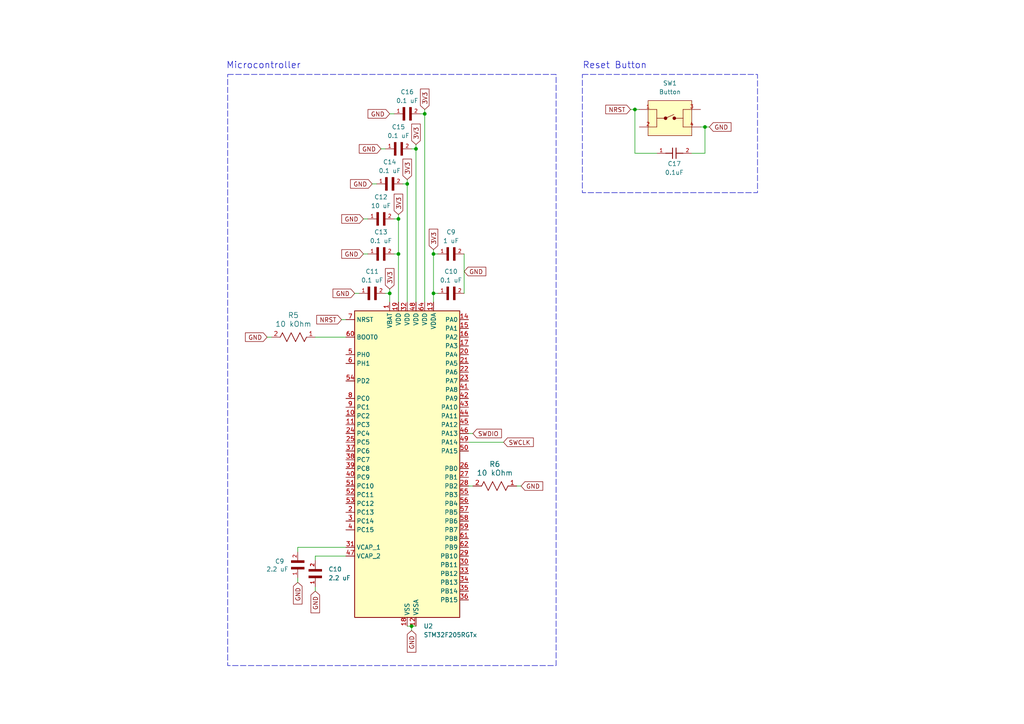
<source format=kicad_sch>
(kicad_sch (version 20250114) (generator "eeschema") (generator_version "9.0")
  (paper "A4")
  (lib_symbols
    (symbol "10uF_Capacitor_GRM188R61C106MAALD:GRM188R61C106MAALD" (pin_names (offset 1.016))
      (property "Reference" "C" (at 0 3.8109 0))
      (property "Value" "GRM188R61C106MAALD" (at 0 -5.0885 0))
      (symbol "GRM188R61C106MAALD_0_0"
        (rectangle (start 0 -1.9069) (end 0.635 1.905) (stroke (width 0.1)) (fill (type outline)))
        (rectangle (start 1.9069 -1.9069) (end 2.54 1.905) (stroke (width 0.1)) (fill (type outline)))
        (pin passive line (at -2.54 0 0) (length 2.54) (name "~") (number "1"))
        (pin passive line (at 5.08 0 180) (length 2.54) (name "~") (number "2"))
      )
    )
    (symbol "51Ohm_Resistor:RK73B1JTTD510J" (pin_names (offset 0.254))
      (property "Reference" "R" (at 5.715 3.81 0))
      (property "Value" "RK73B1JTTD510J" (at 6.35 -3.81 0))
      (symbol "RK73B1JTTD510J_1_1"
        (polyline (pts (xy 2.54 0) (xy 3.175 1.27)) (stroke (width 0.2032)))
        (polyline (pts (xy 3.175 1.27) (xy 4.445 -1.27)) (stroke (width 0.2032)))
        (polyline (pts (xy 4.445 -1.27) (xy 5.715 1.27)) (stroke (width 0.2032)))
        (polyline (pts (xy 5.715 1.27) (xy 6.985 -1.27)) (stroke (width 0.2032)))
        (polyline (pts (xy 6.985 -1.27) (xy 8.255 1.27)) (stroke (width 0.2032)))
        (polyline (pts (xy 8.255 1.27) (xy 9.525 -1.27)) (stroke (width 0.2032)))
        (polyline (pts (xy 9.525 -1.27) (xy 10.16 0)) (stroke (width 0.2032)))
        (pin unspecified line (at 0 0 0) (length 2.54) (name "") (number "1"))
        (pin unspecified line (at 12.7 0 180) (length 2.54) (name "") (number "2"))
      )
      (symbol "RK73B1JTTD510J_1_2"
        (polyline (pts (xy -1.27 8.255) (xy 1.27 9.525)) (stroke (width 0.2032)))
        (polyline (pts (xy -1.27 5.715) (xy 1.27 6.985)) (stroke (width 0.2032)))
        (polyline (pts (xy -1.27 3.175) (xy 1.27 4.445)) (stroke (width 0.2032)))
        (polyline (pts (xy 0 2.54) (xy -1.27 3.175)) (stroke (width 0.2032)))
        (polyline (pts (xy 1.27 9.525) (xy 0 10.16)) (stroke (width 0.2032)))
        (polyline (pts (xy 1.27 6.985) (xy -1.27 8.255)) (stroke (width 0.2032)))
        (polyline (pts (xy 1.27 4.445) (xy -1.27 5.715)) (stroke (width 0.2032)))
        (pin unspecified line (at 0 12.7 270) (length 2.54) (name "") (number "1"))
        (pin unspecified line (at 0 0 90) (length 2.54) (name "") (number "2"))
      )
    )
    (symbol "Button_FSM4JSMA:FSM4JSMA" (pin_names (offset 1.016))
      (property "Reference" "SW" (at -7.6329 5.5975 0))
      (property "Value" "FSM4JSMA" (at -7.6341 -7.3796 0))
      (symbol "FSM4JSMA_0_0"
        (rectangle (start -7.62 -5.08) (end 5.08 5.08) (stroke (width 0.1524)) (fill (type background)))
        (polyline (pts (xy -5.08 0) (xy -5.08 2.54)) (stroke (width 0.1524)))
        (polyline (pts (xy -5.08 0) (xy -5.08 -2.54)) (stroke (width 0.1524)))
        (polyline (pts (xy -2.6035 0) (xy -5.08 0)) (stroke (width 0.1524)))
        (polyline (pts (xy -2.6035 0) (xy -0.127 1.0795)) (stroke (width 0.1524)))
        (circle (center -2.54 0) (radius 0.254) (stroke (width 0.508)))
        (polyline (pts (xy -0.127 0) (xy 2.54 0)) (stroke (width 0.1524)))
        (circle (center 0 0) (radius 0.254) (stroke (width 0.508)))
        (polyline (pts (xy 2.54 2.54) (xy 2.54 0)) (stroke (width 0.1524)))
        (polyline (pts (xy 2.54 0) (xy 2.54 -2.54)) (stroke (width 0.1524)))
        (pin passive line (at -10.16 2.54 0) (length 5.08) (name "~") (number "1"))
        (pin passive line (at -10.16 -2.54 0) (length 5.08) (name "~") (number "2"))
        (pin passive line (at 7.62 2.54 180) (length 5.08) (name "~") (number "3"))
        (pin passive line (at 7.62 -2.54 180) (length 5.08) (name "~") (number "4"))
      )
    )
    (symbol "Capacitor0.1u_C0805C104K5RACTU:C0805C104K5RACTU" (pin_names (offset 1.016))
      (property "Reference" "C" (at 5.08 -5.08 0))
      (property "Value" "C0805C104K5RACTU" (at 5.08 -7.62 0))
      (symbol "C0805C104K5RACTU_0_0"
        (polyline (pts (xy 2.54 -2.54) (xy 2.54 -4.572)) (stroke (width 0.254)))
        (polyline (pts (xy 2.54 -5.588) (xy 2.54 -7.62)) (stroke (width 0.254)))
        (polyline (pts (xy 4.064 -4.572) (xy 1.016 -4.572)) (stroke (width 0.254)))
        (polyline (pts (xy 4.064 -5.588) (xy 1.016 -5.588)) (stroke (width 0.254)))
        (pin passive line (at 2.54 0 270) (length 2.54) (name "~") (number "1"))
        (pin passive line (at 2.54 -10.16 90) (length 2.54) (name "~") (number "2"))
      )
    )
    (symbol "MCU_ST_STM32F2:STM32F205RGTx"
      (property "Reference" "U" (at -15.24 46.99 0))
      (property "Value" "STM32F205RGTx" (at 10.16 46.99 0))
      (symbol "STM32F205RGTx_0_1"
        (rectangle (start -15.24 -43.18) (end 15.24 45.72) (stroke (width 0.254)) (fill (type background)))
      )
      (symbol "STM32F205RGTx_1_1"
        (pin input line (at -17.78 43.18 0) (length 2.54) (name "NRST") (number "7"))
        (pin input line (at -17.78 38.1 0) (length 2.54) (name "BOOT0") (number "60"))
        (pin bidirectional line (at -17.78 33.02 0) (length 2.54) (name "PH0") (number "5"))
        (pin bidirectional line (at -17.78 30.48 0) (length 2.54) (name "PH1") (number "6"))
        (pin bidirectional line (at -17.78 25.4 0) (length 2.54) (name "PD2") (number "54"))
        (pin bidirectional line (at -17.78 20.32 0) (length 2.54) (name "PC0") (number "8"))
        (pin bidirectional line (at -17.78 17.78 0) (length 2.54) (name "PC1") (number "9"))
        (pin bidirectional line (at -17.78 15.24 0) (length 2.54) (name "PC2") (number "10"))
        (pin bidirectional line (at -17.78 12.7 0) (length 2.54) (name "PC3") (number "11"))
        (pin bidirectional line (at -17.78 10.16 0) (length 2.54) (name "PC4") (number "24"))
        (pin bidirectional line (at -17.78 7.62 0) (length 2.54) (name "PC5") (number "25"))
        (pin bidirectional line (at -17.78 5.08 0) (length 2.54) (name "PC6") (number "37"))
        (pin bidirectional line (at -17.78 2.54 0) (length 2.54) (name "PC7") (number "38"))
        (pin bidirectional line (at -17.78 0 0) (length 2.54) (name "PC8") (number "39"))
        (pin bidirectional line (at -17.78 -2.54 0) (length 2.54) (name "PC9") (number "40"))
        (pin bidirectional line (at -17.78 -5.08 0) (length 2.54) (name "PC10") (number "51"))
        (pin bidirectional line (at -17.78 -7.62 0) (length 2.54) (name "PC11") (number "52"))
        (pin bidirectional line (at -17.78 -10.16 0) (length 2.54) (name "PC12") (number "53"))
        (pin bidirectional line (at -17.78 -12.7 0) (length 2.54) (name "PC13") (number "2"))
        (pin bidirectional line (at -17.78 -15.24 0) (length 2.54) (name "PC14") (number "3"))
        (pin bidirectional line (at -17.78 -17.78 0) (length 2.54) (name "PC15") (number "4"))
        (pin power_out line (at -17.78 -22.86 0) (length 2.54) (name "VCAP_1") (number "31"))
        (pin power_out line (at -17.78 -25.4 0) (length 2.54) (name "VCAP_2") (number "47"))
        (pin power_in line (at -5.08 48.26 270) (length 2.54) (name "VBAT") (number "1"))
        (pin power_in line (at -2.54 48.26 270) (length 2.54) (name "VDD") (number "19"))
        (pin power_in line (at 0 48.26 270) (length 2.54) (name "VDD") (number "32"))
        (pin power_in line (at 0 -45.72 90) (length 2.54) (name "VSS") (number "18"))
        (pin passive line (at 0 -45.72 90) (length 2.54) (hide yes) (name "VSS") (number "63"))
        (pin power_in line (at 2.54 48.26 270) (length 2.54) (name "VDD") (number "48"))
        (pin power_in line (at 2.54 -45.72 90) (length 2.54) (name "VSSA") (number "12"))
        (pin power_in line (at 5.08 48.26 270) (length 2.54) (name "VDD") (number "64"))
        (pin power_in line (at 7.62 48.26 270) (length 2.54) (name "VDDA") (number "13"))
        (pin bidirectional line (at 17.78 43.18 180) (length 2.54) (name "PA0") (number "14"))
        (pin bidirectional line (at 17.78 40.64 180) (length 2.54) (name "PA1") (number "15"))
        (pin bidirectional line (at 17.78 38.1 180) (length 2.54) (name "PA2") (number "16"))
        (pin bidirectional line (at 17.78 35.56 180) (length 2.54) (name "PA3") (number "17"))
        (pin bidirectional line (at 17.78 33.02 180) (length 2.54) (name "PA4") (number "20"))
        (pin bidirectional line (at 17.78 30.48 180) (length 2.54) (name "PA5") (number "21"))
        (pin bidirectional line (at 17.78 27.94 180) (length 2.54) (name "PA6") (number "22"))
        (pin bidirectional line (at 17.78 25.4 180) (length 2.54) (name "PA7") (number "23"))
        (pin bidirectional line (at 17.78 22.86 180) (length 2.54) (name "PA8") (number "41"))
        (pin bidirectional line (at 17.78 20.32 180) (length 2.54) (name "PA9") (number "42"))
        (pin bidirectional line (at 17.78 17.78 180) (length 2.54) (name "PA10") (number "43"))
        (pin bidirectional line (at 17.78 15.24 180) (length 2.54) (name "PA11") (number "44"))
        (pin bidirectional line (at 17.78 12.7 180) (length 2.54) (name "PA12") (number "45"))
        (pin bidirectional line (at 17.78 10.16 180) (length 2.54) (name "PA13") (number "46"))
        (pin bidirectional line (at 17.78 7.62 180) (length 2.54) (name "PA14") (number "49"))
        (pin bidirectional line (at 17.78 5.08 180) (length 2.54) (name "PA15") (number "50"))
        (pin bidirectional line (at 17.78 0 180) (length 2.54) (name "PB0") (number "26"))
        (pin bidirectional line (at 17.78 -2.54 180) (length 2.54) (name "PB1") (number "27"))
        (pin bidirectional line (at 17.78 -5.08 180) (length 2.54) (name "PB2") (number "28"))
        (pin bidirectional line (at 17.78 -7.62 180) (length 2.54) (name "PB3") (number "55"))
        (pin bidirectional line (at 17.78 -10.16 180) (length 2.54) (name "PB4") (number "56"))
        (pin bidirectional line (at 17.78 -12.7 180) (length 2.54) (name "PB5") (number "57"))
        (pin bidirectional line (at 17.78 -15.24 180) (length 2.54) (name "PB6") (number "58"))
        (pin bidirectional line (at 17.78 -17.78 180) (length 2.54) (name "PB7") (number "59"))
        (pin bidirectional line (at 17.78 -20.32 180) (length 2.54) (name "PB8") (number "61"))
        (pin bidirectional line (at 17.78 -22.86 180) (length 2.54) (name "PB9") (number "62"))
        (pin bidirectional line (at 17.78 -25.4 180) (length 2.54) (name "PB10") (number "29"))
        (pin bidirectional line (at 17.78 -27.94 180) (length 2.54) (name "PB11") (number "30"))
        (pin bidirectional line (at 17.78 -30.48 180) (length 2.54) (name "PB12") (number "33"))
        (pin bidirectional line (at 17.78 -33.02 180) (length 2.54) (name "PB13") (number "34"))
        (pin bidirectional line (at 17.78 -35.56 180) (length 2.54) (name "PB14") (number "35"))
        (pin bidirectional line (at 17.78 -38.1 180) (length 2.54) (name "PB15") (number "36"))
      )
    )
  )
  (rectangle (start 66.04 21.59) (end 161.29 193.04) (stroke (width 0) (type dash)))
  (rectangle (start 168.91 21.59) (end 219.71 55.88) (stroke (width 0) (type dash)))
  (text "Reset Button\n" (at 178.308 19.05 0) (effects (font (size 1.905 1.905))))
  (text "Microcontroller\n" (at 76.454 19.05 0) (effects (font (size 1.905 1.905))))
  (junction (at 118.11 53.34))
  (junction (at 113.03 85.09))
  (junction (at 125.73 73.66))
  (junction (at 119.38 181.61))
  (junction (at 204.47 36.83))
  (junction (at 123.19 33.02))
  (junction (at 125.73 85.09))
  (junction (at 115.57 63.5))
  (junction (at 184.15 31.75))
  (junction (at 115.57 73.66))
  (junction (at 120.65 43.18))
  (wire (pts (xy 135.89 128.27) (xy 146.05 128.27)))
  (wire (pts (xy 149.86 140.97) (xy 151.13 140.97)))
  (wire (pts (xy 100.33 161.29) (xy 91.44 161.29)))
  (wire (pts (xy 116.84 53.34) (xy 118.11 53.34)))
  (wire (pts (xy 200.66 44.45) (xy 204.47 44.45)))
  (wire (pts (xy 113.03 33.02) (xy 114.3 33.02)))
  (wire (pts (xy 119.38 181.61) (xy 119.38 182.88)))
  (wire (pts (xy 125.73 73.66) (xy 125.73 85.09)))
  (wire (pts (xy 100.33 158.75) (xy 86.36 158.75)))
  (wire (pts (xy 114.3 73.66) (xy 115.57 73.66)))
  (wire (pts (xy 182.88 31.75) (xy 184.15 31.75)))
  (wire (pts (xy 184.15 31.75) (xy 185.42 31.75)))
  (wire (pts (xy 118.11 52.07) (xy 118.11 53.34)))
  (wire (pts (xy 121.92 33.02) (xy 123.19 33.02)))
  (wire (pts (xy 119.38 43.18) (xy 120.65 43.18)))
  (wire (pts (xy 134.62 73.66) (xy 134.62 85.09)))
  (wire (pts (xy 123.19 33.02) (xy 123.19 87.63)))
  (wire (pts (xy 102.87 85.09) (xy 104.14 85.09)))
  (wire (pts (xy 91.44 97.79) (xy 100.33 97.79)))
  (wire (pts (xy 114.3 63.5) (xy 115.57 63.5)))
  (wire (pts (xy 204.47 44.45) (xy 204.47 36.83)))
  (wire (pts (xy 123.19 31.75) (xy 123.19 33.02)))
  (wire (pts (xy 118.11 53.34) (xy 118.11 87.63)))
  (wire (pts (xy 86.36 158.75) (xy 86.36 160.02)))
  (wire (pts (xy 204.47 36.83) (xy 205.74 36.83)))
  (wire (pts (xy 91.44 170.18) (xy 91.44 171.45)))
  (wire (pts (xy 91.44 161.29) (xy 91.44 162.56)))
  (wire (pts (xy 77.47 97.79) (xy 78.74 97.79)))
  (wire (pts (xy 99.06 92.71) (xy 100.33 92.71)))
  (wire (pts (xy 135.89 125.73) (xy 137.16 125.73)))
  (wire (pts (xy 184.15 44.45) (xy 190.5 44.45)))
  (wire (pts (xy 110.49 43.18) (xy 111.76 43.18)))
  (wire (pts (xy 86.36 167.64) (xy 86.36 168.91)))
  (wire (pts (xy 111.76 85.09) (xy 113.03 85.09)))
  (wire (pts (xy 204.47 36.83) (xy 203.2 36.83)))
  (wire (pts (xy 118.11 181.61) (xy 119.38 181.61)))
  (wire (pts (xy 125.73 85.09) (xy 127 85.09)))
  (wire (pts (xy 125.73 73.66) (xy 127 73.66)))
  (wire (pts (xy 115.57 73.66) (xy 115.57 87.63)))
  (wire (pts (xy 120.65 43.18) (xy 120.65 87.63)))
  (wire (pts (xy 113.03 83.82) (xy 113.03 85.09)))
  (wire (pts (xy 107.95 53.34) (xy 109.22 53.34)))
  (wire (pts (xy 135.89 140.97) (xy 137.16 140.97)))
  (wire (pts (xy 119.38 181.61) (xy 120.65 181.61)))
  (wire (pts (xy 113.03 85.09) (xy 113.03 87.63)))
  (wire (pts (xy 105.41 63.5) (xy 106.68 63.5)))
  (wire (pts (xy 105.41 73.66) (xy 106.68 73.66)))
  (wire (pts (xy 125.73 72.39) (xy 125.73 73.66)))
  (wire (pts (xy 120.65 41.91) (xy 120.65 43.18)))
  (wire (pts (xy 184.15 31.75) (xy 184.15 44.45)))
  (wire (pts (xy 125.73 85.09) (xy 125.73 87.63)))
  (wire (pts (xy 115.57 62.23) (xy 115.57 63.5)))
  (wire (pts (xy 115.57 63.5) (xy 115.57 73.66)))
  (global_label "GND" (shape input) (at 119.38 182.88 270) (property "Intersheetrefs" "${INTERSHEET_REFS}" (effects (hide yes))))
  (global_label "3V3" (shape input) (at 113.03 83.82 90) (property "Intersheetrefs" "${INTERSHEET_REFS}" (effects (hide yes))))
  (global_label "GND" (shape input) (at 102.87 85.09 180) (property "Intersheetrefs" "${INTERSHEET_REFS}" (effects (hide yes))))
  (global_label "3V3" (shape input) (at 120.65 41.91 90) (property "Intersheetrefs" "${INTERSHEET_REFS}" (effects (hide yes))))
  (global_label "3V3" (shape input) (at 123.19 31.75 90) (property "Intersheetrefs" "${INTERSHEET_REFS}" (effects (hide yes))))
  (global_label "3V3" (shape input) (at 118.11 52.07 90) (property "Intersheetrefs" "${INTERSHEET_REFS}" (effects (hide yes))))
  (global_label "GND" (shape input) (at 77.47 97.79 180) (property "Intersheetrefs" "${INTERSHEET_REFS}" (effects (hide yes))))
  (global_label "3V3" (shape input) (at 115.57 62.23 90) (property "Intersheetrefs" "${INTERSHEET_REFS}" (effects (hide yes))))
  (global_label "SWCLK" (shape input) (at 146.05 128.27 0) (property "Intersheetrefs" "${INTERSHEET_REFS}" (effects (hide yes))))
  (global_label "NRST" (shape input) (at 99.06 92.71 180) (property "Intersheetrefs" "${INTERSHEET_REFS}" (effects (hide yes))))
  (global_label "GND" (shape input) (at 105.41 63.5 180) (property "Intersheetrefs" "${INTERSHEET_REFS}" (effects (hide yes))))
  (global_label "GND" (shape input) (at 105.41 73.66 180) (property "Intersheetrefs" "${INTERSHEET_REFS}" (effects (hide yes))))
  (global_label "GND" (shape input) (at 91.44 171.45 270) (property "Intersheetrefs" "${INTERSHEET_REFS}" (effects (hide yes))))
  (global_label "3V3" (shape input) (at 125.73 72.39 90) (property "Intersheetrefs" "${INTERSHEET_REFS}" (effects (hide yes))))
  (global_label "NRST" (shape input) (at 182.88 31.75 180) (property "Intersheetrefs" "${INTERSHEET_REFS}" (effects (hide yes))))
  (global_label "GND" (shape input) (at 205.74 36.83 0) (property "Intersheetrefs" "${INTERSHEET_REFS}" (effects (hide yes))))
  (global_label "GND" (shape input) (at 107.95 53.34 180) (property "Intersheetrefs" "${INTERSHEET_REFS}" (effects (hide yes))))
  (global_label "GND" (shape input) (at 86.36 168.91 270) (property "Intersheetrefs" "${INTERSHEET_REFS}" (effects (hide yes))))
  (global_label "GND" (shape input) (at 134.62 78.74 0) (property "Intersheetrefs" "${INTERSHEET_REFS}" (effects (hide yes))))
  (global_label "SWDIO" (shape input) (at 137.16 125.73 0) (property "Intersheetrefs" "${INTERSHEET_REFS}" (effects (hide yes))))
  (global_label "GND" (shape input) (at 113.03 33.02 180) (property "Intersheetrefs" "${INTERSHEET_REFS}" (effects (hide yes))))
  (global_label "GND" (shape input) (at 151.13 140.97 0) (property "Intersheetrefs" "${INTERSHEET_REFS}" (effects (hide yes))))
  (global_label "GND" (shape input) (at 110.49 43.18 180) (property "Intersheetrefs" "${INTERSHEET_REFS}" (effects (hide yes))))
  (symbol (lib_id "Button_FSM4JSMA:FSM4JSMA") (at 195.58 34.29 0) (unit 1)
    (property "Reference" "SW1" (at 194.31 24.13 0))
    (property "Value" "Button" (at 194.31 26.67 0))
    (property "Footprint" "Button_FP_FSM4JSMA:TE_FSM4JSMA" (effects (hide yes)))
    (property "PARTREV" "V" (effects (hide yes)))
    (property "STANDARD" "Manufacturers  recommendations" (effects (hide yes)))
    (property "MANUFACTURER" "TE Connectivity / Alcoswitch" (effects (hide yes)))
  )
  (symbol (lib_id "Capacitor0.1u_C0805C104K5RACTU:C0805C104K5RACTU") (at 190.5 46.99 90) (unit 1)
    (property "Reference" "C17" (at 195.58 47.498 90))
    (property "Value" "0.1uF" (at 195.58 50.038 90))
    (property "Footprint" "C0805C104K5RACTU:CAPC2012X88N" (effects (hide yes)))
  )
  (symbol (lib_id "10uF_Capacitor_GRM188R61C106MAALD:GRM188R61C106MAALD") (at 91.44 167.64 90) (unit 1)
    (property "Reference" "C10" (at 95.25 165.0999 90) (effects (justify right)))
    (property "Value" "2.2 uF" (at 95.25 167.6399 90) (effects (justify right)))
    (property "Footprint" "10uF_Capacitor_FP_GRM188R61C106MAALD:CAPC1608X95N" (effects (hide yes)))
  )
  (symbol (lib_id "MCU_ST_STM32F2:STM32F205RGTx") (at 118.11 135.89 0) (unit 1)
    (property "Reference" "U2" (at 122.8441 181.61 0) (effects (justify left)))
    (property "Value" "STM32F205RGTx" (at 122.8441 184.15 0) (effects (justify left)))
    (property "Footprint" "Package_QFP:LQFP-64_10x10mm_P0.5mm" (effects (hide yes)))
    (property "Datasheet" "https://www.st.com/resource/en/datasheet/stm32f205rg.pdf" (effects (hide yes)))
    (property "Description" "STMicroelectronics Arm Cortex-M3 MCU, 1024KB flash, 128KB RAM, 120 MHz, 1.8-3.6V, 51 GPIO, LQFP64" (effects (hide yes)))
  )
  (symbol (lib_id "51Ohm_Resistor:RK73B1JTTD510J") (at 149.86 140.97 180) (unit 1)
    (property "Reference" "R6" (at 143.51 134.62 0) (effects (font (size 1.524 1.524))))
    (property "Value" "10 kOhm" (at 143.51 137.16 0) (effects (font (size 1.524 1.524))))
    (property "Footprint" "51Ohm_Resistor_FP:RES_RK73B_1J_KOA" (effects (hide yes)))
    (property "Datasheet" "RK73B1JTTD510J" (effects (hide yes)))
  )
  (symbol (lib_id "10uF_Capacitor_GRM188R61C106MAALD:GRM188R61C106MAALD") (at 129.54 73.66 0) (unit 1)
    (property "Reference" "C9" (at 130.81 67.31 0))
    (property "Value" "1 uF" (at 130.81 69.85 0))
    (property "Footprint" "10uF_Capacitor_FP_GRM188R61C106MAALD:CAPC1608X95N" (effects (hide yes)))
  )
  (symbol (lib_id "10uF_Capacitor_GRM188R61C106MAALD:GRM188R61C106MAALD") (at 114.3 43.18 0) (unit 1)
    (property "Reference" "C15" (at 115.57 36.83 0))
    (property "Value" "0.1 uF" (at 115.57 39.37 0))
    (property "Footprint" "10uF_Capacitor_FP_GRM188R61C106MAALD:CAPC1608X95N" (effects (hide yes)))
  )
  (symbol (lib_id "10uF_Capacitor_GRM188R61C106MAALD:GRM188R61C106MAALD") (at 129.54 85.09 0) (unit 1)
    (property "Reference" "C10" (at 130.81 78.74 0))
    (property "Value" "0.1 uF" (at 130.81 81.28 0))
    (property "Footprint" "10uF_Capacitor_FP_GRM188R61C106MAALD:CAPC1608X95N" (effects (hide yes)))
  )
  (symbol (lib_id "10uF_Capacitor_GRM188R61C106MAALD:GRM188R61C106MAALD") (at 109.22 73.66 0) (unit 1)
    (property "Reference" "C13" (at 110.49 67.31 0))
    (property "Value" "0.1 uF" (at 110.49 69.85 0))
    (property "Footprint" "10uF_Capacitor_FP_GRM188R61C106MAALD:CAPC1608X95N" (effects (hide yes)))
  )
  (symbol (lib_id "10uF_Capacitor_GRM188R61C106MAALD:GRM188R61C106MAALD") (at 106.68 85.09 0) (unit 1)
    (property "Reference" "C11" (at 107.95 78.74 0))
    (property "Value" "0.1 uF" (at 107.95 81.28 0))
    (property "Footprint" "10uF_Capacitor_FP_GRM188R61C106MAALD:CAPC1608X95N" (effects (hide yes)))
  )
  (symbol (lib_id "10uF_Capacitor_GRM188R61C106MAALD:GRM188R61C106MAALD") (at 116.84 33.02 0) (unit 1)
    (property "Reference" "C16" (at 118.11 26.67 0))
    (property "Value" "0.1 uF" (at 118.11 29.21 0))
    (property "Footprint" "10uF_Capacitor_FP_GRM188R61C106MAALD:CAPC1608X95N" (effects (hide yes)))
  )
  (symbol (lib_id "10uF_Capacitor_GRM188R61C106MAALD:GRM188R61C106MAALD") (at 111.76 53.34 0) (unit 1)
    (property "Reference" "C14" (at 113.03 46.99 0))
    (property "Value" "0.1 uF" (at 113.03 49.53 0))
    (property "Footprint" "10uF_Capacitor_FP_GRM188R61C106MAALD:CAPC1608X95N" (effects (hide yes)))
  )
  (symbol (lib_id "51Ohm_Resistor:RK73B1JTTD510J") (at 91.44 97.79 180) (unit 1)
    (property "Reference" "R5" (at 85.09 91.44 0) (effects (font (size 1.524 1.524))))
    (property "Value" "10 kOhm" (at 85.09 93.98 0) (effects (font (size 1.524 1.524))))
    (property "Footprint" "51Ohm_Resistor_FP:RES_RK73B_1J_KOA" (effects (hide yes)))
    (property "Datasheet" "RK73B1JTTD510J" (effects (hide yes)))
  )
  (symbol (lib_id "10uF_Capacitor_GRM188R61C106MAALD:GRM188R61C106MAALD") (at 86.36 165.1 90) (unit 1)
    (property "Reference" "C9" (at 79.756 162.814 90) (effects (justify right)))
    (property "Value" "2.2 uF" (at 77.216 165.1 90) (effects (justify right)))
    (property "Footprint" "10uF_Capacitor_FP_GRM188R61C106MAALD:CAPC1608X95N" (effects (hide yes)))
  )
  (symbol (lib_id "10uF_Capacitor_GRM188R61C106MAALD:GRM188R61C106MAALD") (at 109.22 63.5 0) (unit 1)
    (property "Reference" "C12" (at 110.49 57.15 0))
    (property "Value" "10 uF" (at 110.49 59.69 0))
    (property "Footprint" "10uF_Capacitor_FP_GRM188R61C106MAALD:CAPC1608X95N" (effects (hide yes)))
  )
)
</source>
